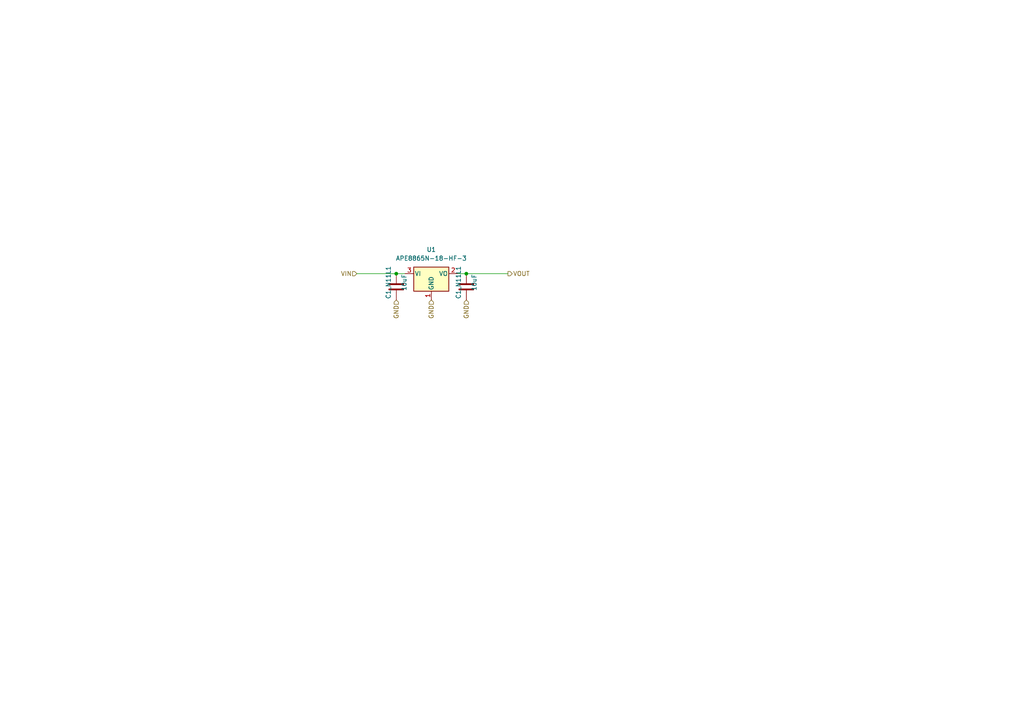
<source format=kicad_sch>
(kicad_sch (version 20230121) (generator eeschema)
  (paper "A4")
  (lib_symbols
    (symbol "Device:C" (pin_numbers hide) (pin_names (offset 0.254))
      (property "Reference" "C" (at 0.635 2.54 0))
      (property "Value" "C" (at 0.635 -2.54 0))
      (symbol "C_0_1"
        (polyline (pts (xy -2.032 -0.762) (xy 2.032 -0.762)) (stroke (width 0.508)))
        (polyline (pts (xy -2.032 0.762) (xy 2.032 0.762)) (stroke (width 0.508)))
      )
      (symbol "C_1_1"
        (pin passive line (at 0 3.81 270) (length 2.794) (name "~") (number "1"))
        (pin passive line (at 0 -3.81 90) (length 2.794) (name "~") (number "2"))
      )
    )
    (symbol "Regulator_Linear:APE8865N-18-HF-3" (pin_names (offset 0.254))
      (property "Reference" "U" (at -3.81 3.175 0))
      (property "Value" "APE8865N-18-HF-3" (at 0 3.175 0))
      (symbol "APE8865N-18-HF-3_0_1"
        (rectangle (start -5.08 1.905) (end 5.08 -5.08) (stroke (width 0.254)) (fill (type background)))
      )
      (symbol "APE8865N-18-HF-3_1_1"
        (pin power_in line (at 0 -7.62 90) (length 2.54) (name "GND") (number "1"))
        (pin power_out line (at 7.62 0 180) (length 2.54) (name "VO") (number "2"))
        (pin power_in line (at -7.62 0 0) (length 2.54) (name "VI") (number "3"))
      )
    )
  )
  (junction (at 135.255 79.375))
  (junction (at 114.935 79.375))
  (wire (pts (xy 135.255 79.375) (xy 147.32 79.375)))
  (wire (pts (xy 103.505 79.375) (xy 114.935 79.375)))
  (wire (pts (xy 132.715 79.375) (xy 135.255 79.375)))
  (wire (pts (xy 114.935 79.375) (xy 117.475 79.375)))
  (hierarchical_label "GND" (shape input) (at 125.095 86.995 270))
  (hierarchical_label "VOUT" (shape output) (at 147.32 79.375 0))
  (hierarchical_label "GND" (shape input) (at 114.935 86.995 270))
  (hierarchical_label "GND" (shape input) (at 135.255 86.995 270))
  (hierarchical_label "VIN" (shape input) (at 103.505 79.375 180))
  (symbol (lib_id "Regulator_Linear:APE8865N-18-HF-3") (at 125.095 79.375 0) (unit 1)
    (property "Reference" "U1" (at 125.095 72.39 0))
    (property "Value" "APE8865N-18-HF-3" (at 125.095 74.93 0))
    (property "Footprint" "Package_TO_SOT_SMD:SOT-23" (effects hide))
    (property "Datasheet" "http://www.tme.eu/fr/Document/ced3461ed31ea70a3c416fb648e0cde7/APE8865-3.pdf" (effects hide))
    (property "MFR" "XC6206P182MR" (effects hide))
    (property "LCSC" "C347373" (effects hide))
    (property "Description" "40dB@(1kHz) 100mA Fixed 1.8V Positive 8V SOT-23  Linear Voltage Regulators (LDO) ROHS" (effects hide))
    (property "URL" "https://jlcpcb.com/partdetail/324033-XC6206P182MR/C347373" (effects hide))
  )
  (symbol (lib_id "Device:C") (at 114.935 83.185 0) (unit 1)
    (property "Reference" "C1_N11L1" (at 112.645 81.935 90))
    (property "Value" "10uF" (at 117.235 81.935 90))
    (property "Footprint" "Capacitor_SMD:C_0603_1608Metric" (effects hide))
    (property "MFR" "GRM188R6YA106MA73D" (effects hide))
    (property "LCSC" "C194427" (effects hide))
    (property "Description" "35V 10uF X5R ±20% 0603  Multilayer Ceramic Capacitors MLCC - SMD/SMT ROHS" (effects hide))
    (property "URL" "https://jlcpcb.com/partdetail/235742-GRM188R6YA106MA73D/C194427" (effects hide))
    (instances (project "kicad_deps" (path "" (reference "C1_N11L1") (unit 1)) (path "" (reference "C1_P1V8L1") (unit 1))))
  )
  (symbol (lib_id "Device:C") (at 135.255 83.185 0) (unit 1)
    (property "Reference" "C1_N11L1" (at 132.965 81.935 90))
    (property "Value" "10uF" (at 137.555 81.935 90))
    (property "Footprint" "Capacitor_SMD:C_0603_1608Metric" (effects hide))
    (property "MFR" "GRM188R6YA106MA73D" (effects hide))
    (property "LCSC" "C194427" (effects hide))
    (property "Description" "35V 10uF X5R ±20% 0603  Multilayer Ceramic Capacitors MLCC - SMD/SMT ROHS" (effects hide))
    (property "URL" "https://jlcpcb.com/partdetail/235742-GRM188R6YA106MA73D/C194427" (effects hide))
    (instances (project "kicad_deps" (path "" (reference "C1_N11L1") (unit 1)) (path "" (reference "C2_P1V8L1") (unit 1))))
  )
)
</source>
